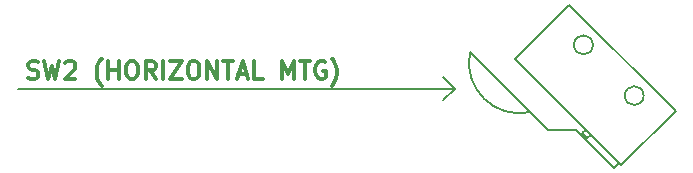
<source format=gbr>
G04 #@! TF.GenerationSoftware,KiCad,Pcbnew,5.0.2-bee76a0~70~ubuntu18.04.1*
G04 #@! TF.CreationDate,2019-01-05T10:05:45+08:00*
G04 #@! TF.ProjectId,NeuroBytes_Touch_Sensor,4e657572-6f42-4797-9465-735f546f7563,D*
G04 #@! TF.SameCoordinates,Original*
G04 #@! TF.FileFunction,Drawing*
%FSLAX46Y46*%
G04 Gerber Fmt 4.6, Leading zero omitted, Abs format (unit mm)*
G04 Created by KiCad (PCBNEW 5.0.2-bee76a0~70~ubuntu18.04.1) date Sat 05 Jan 2019 10:05:45 AM HKT*
%MOMM*%
%LPD*%
G01*
G04 APERTURE LIST*
%ADD10C,0.200000*%
%ADD11C,0.300000*%
G04 APERTURE END LIST*
D10*
X82000000Y-97000000D02*
X81000000Y-98000000D01*
X81000000Y-96000000D02*
X82000000Y-97000000D01*
X82000000Y-97000000D02*
X81000000Y-96000000D01*
X45000000Y-97000000D02*
X82000000Y-97000000D01*
D11*
X45892857Y-96107142D02*
X46107142Y-96178571D01*
X46464285Y-96178571D01*
X46607142Y-96107142D01*
X46678571Y-96035714D01*
X46749999Y-95892857D01*
X46749999Y-95750000D01*
X46678571Y-95607142D01*
X46607142Y-95535714D01*
X46464285Y-95464285D01*
X46178571Y-95392857D01*
X46035714Y-95321428D01*
X45964285Y-95250000D01*
X45892857Y-95107142D01*
X45892857Y-94964285D01*
X45964285Y-94821428D01*
X46035714Y-94750000D01*
X46178571Y-94678571D01*
X46535714Y-94678571D01*
X46749999Y-94750000D01*
X47249999Y-94678571D02*
X47607142Y-96178571D01*
X47892857Y-95107142D01*
X48178571Y-96178571D01*
X48535714Y-94678571D01*
X49035714Y-94821428D02*
X49107142Y-94750000D01*
X49249999Y-94678571D01*
X49607142Y-94678571D01*
X49749999Y-94750000D01*
X49821428Y-94821428D01*
X49892857Y-94964285D01*
X49892857Y-95107142D01*
X49821428Y-95321428D01*
X48964285Y-96178571D01*
X49892857Y-96178571D01*
X52107142Y-96750000D02*
X52035714Y-96678571D01*
X51892857Y-96464285D01*
X51821428Y-96321428D01*
X51749999Y-96107142D01*
X51678571Y-95750000D01*
X51678571Y-95464285D01*
X51749999Y-95107142D01*
X51821428Y-94892857D01*
X51892857Y-94750000D01*
X52035714Y-94535714D01*
X52107142Y-94464285D01*
X52678571Y-96178571D02*
X52678571Y-94678571D01*
X52678571Y-95392857D02*
X53535714Y-95392857D01*
X53535714Y-96178571D02*
X53535714Y-94678571D01*
X54535714Y-94678571D02*
X54821428Y-94678571D01*
X54964285Y-94750000D01*
X55107142Y-94892857D01*
X55178571Y-95178571D01*
X55178571Y-95678571D01*
X55107142Y-95964285D01*
X54964285Y-96107142D01*
X54821428Y-96178571D01*
X54535714Y-96178571D01*
X54392857Y-96107142D01*
X54249999Y-95964285D01*
X54178571Y-95678571D01*
X54178571Y-95178571D01*
X54249999Y-94892857D01*
X54392857Y-94750000D01*
X54535714Y-94678571D01*
X56678571Y-96178571D02*
X56178571Y-95464285D01*
X55821428Y-96178571D02*
X55821428Y-94678571D01*
X56392857Y-94678571D01*
X56535714Y-94750000D01*
X56607142Y-94821428D01*
X56678571Y-94964285D01*
X56678571Y-95178571D01*
X56607142Y-95321428D01*
X56535714Y-95392857D01*
X56392857Y-95464285D01*
X55821428Y-95464285D01*
X57321428Y-96178571D02*
X57321428Y-94678571D01*
X57892857Y-94678571D02*
X58892857Y-94678571D01*
X57892857Y-96178571D01*
X58892857Y-96178571D01*
X59749999Y-94678571D02*
X60035714Y-94678571D01*
X60178571Y-94750000D01*
X60321428Y-94892857D01*
X60392857Y-95178571D01*
X60392857Y-95678571D01*
X60321428Y-95964285D01*
X60178571Y-96107142D01*
X60035714Y-96178571D01*
X59749999Y-96178571D01*
X59607142Y-96107142D01*
X59464285Y-95964285D01*
X59392857Y-95678571D01*
X59392857Y-95178571D01*
X59464285Y-94892857D01*
X59607142Y-94750000D01*
X59749999Y-94678571D01*
X61035714Y-96178571D02*
X61035714Y-94678571D01*
X61892857Y-96178571D01*
X61892857Y-94678571D01*
X62392857Y-94678571D02*
X63249999Y-94678571D01*
X62821428Y-96178571D02*
X62821428Y-94678571D01*
X63678571Y-95750000D02*
X64392857Y-95750000D01*
X63535714Y-96178571D02*
X64035714Y-94678571D01*
X64535714Y-96178571D01*
X65749999Y-96178571D02*
X65035714Y-96178571D01*
X65035714Y-94678571D01*
X67392857Y-96178571D02*
X67392857Y-94678571D01*
X67892857Y-95750000D01*
X68392857Y-94678571D01*
X68392857Y-96178571D01*
X68892857Y-94678571D02*
X69749999Y-94678571D01*
X69321428Y-96178571D02*
X69321428Y-94678571D01*
X71035714Y-94750000D02*
X70892857Y-94678571D01*
X70678571Y-94678571D01*
X70464285Y-94750000D01*
X70321428Y-94892857D01*
X70249999Y-95035714D01*
X70178571Y-95321428D01*
X70178571Y-95535714D01*
X70249999Y-95821428D01*
X70321428Y-95964285D01*
X70464285Y-96107142D01*
X70678571Y-96178571D01*
X70821428Y-96178571D01*
X71035714Y-96107142D01*
X71107142Y-96035714D01*
X71107142Y-95535714D01*
X70821428Y-95535714D01*
X71607142Y-96750000D02*
X71678571Y-96678571D01*
X71821428Y-96464285D01*
X71892857Y-96321428D01*
X71964285Y-96107142D01*
X72035714Y-95750000D01*
X72035714Y-95464285D01*
X71964285Y-95107142D01*
X71892857Y-94892857D01*
X71821428Y-94750000D01*
X71678571Y-94535714D01*
X71607142Y-94464285D01*
D10*
X93706226Y-93300000D02*
G75*
G03X93706226Y-93300000I-806226J0D01*
G01*
X98000000Y-97600000D02*
G75*
G03X98000000Y-97600000I-800000J0D01*
G01*
X91700000Y-89900000D02*
X100700000Y-98900000D01*
X83300000Y-93900000D02*
X83300000Y-93900000D01*
X89900000Y-100500000D02*
X83300000Y-93900000D01*
X83284158Y-93977397D02*
G75*
G03X88400000Y-99000000I4215842J-822603D01*
G01*
X91000000Y-100500000D02*
X89900000Y-100500000D01*
X92300000Y-100500000D02*
X91000000Y-100500000D01*
X95500000Y-103700000D02*
X92300000Y-100500000D01*
X95900000Y-103300000D02*
X95500000Y-103700000D01*
X92800000Y-100800000D02*
X93100000Y-100500000D01*
X93200000Y-101200000D02*
X92800000Y-100800000D01*
X93500000Y-100900000D02*
X93200000Y-101200000D01*
X87100000Y-94500000D02*
X96100000Y-103500000D01*
X91700000Y-89900000D02*
X87100000Y-94500000D01*
X100700000Y-98900000D02*
X96100000Y-103500000D01*
M02*

</source>
